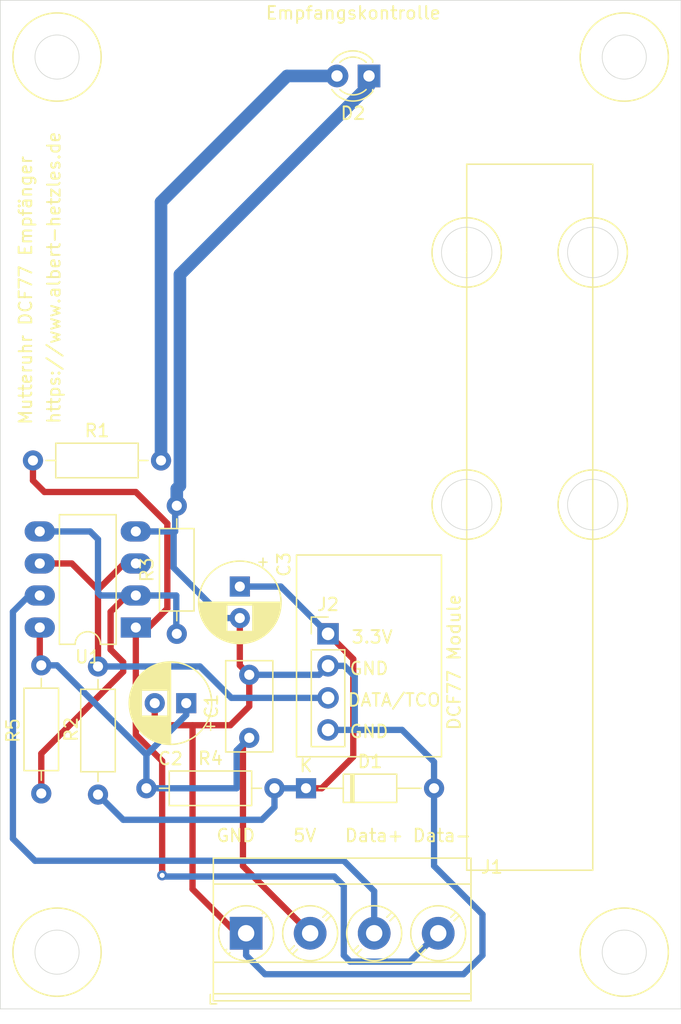
<source format=kicad_pcb>
(kicad_pcb (version 20171130) (host pcbnew "(5.1.9)-1")

  (general
    (thickness 1.6)
    (drawings 38)
    (tracks 120)
    (zones 0)
    (modules 13)
    (nets 9)
  )

  (page A4)
  (layers
    (0 F.Cu signal)
    (31 B.Cu signal)
    (32 B.Adhes user)
    (33 F.Adhes user)
    (34 B.Paste user)
    (35 F.Paste user)
    (36 B.SilkS user)
    (37 F.SilkS user)
    (38 B.Mask user)
    (39 F.Mask user)
    (40 Dwgs.User user)
    (41 Cmts.User user)
    (42 Eco1.User user)
    (43 Eco2.User user)
    (44 Edge.Cuts user)
    (45 Margin user)
    (46 B.CrtYd user)
    (47 F.CrtYd user)
    (48 B.Fab user)
    (49 F.Fab user)
  )

  (setup
    (last_trace_width 0.25)
    (trace_clearance 0.2)
    (zone_clearance 0.508)
    (zone_45_only no)
    (trace_min 0.2)
    (via_size 0.8)
    (via_drill 0.4)
    (via_min_size 0.4)
    (via_min_drill 0.3)
    (uvia_size 0.3)
    (uvia_drill 0.1)
    (uvias_allowed no)
    (uvia_min_size 0.2)
    (uvia_min_drill 0.1)
    (edge_width 0.05)
    (segment_width 0.2)
    (pcb_text_width 0.3)
    (pcb_text_size 1.5 1.5)
    (mod_edge_width 0.12)
    (mod_text_size 1 1)
    (mod_text_width 0.15)
    (pad_size 1.524 1.524)
    (pad_drill 0.762)
    (pad_to_mask_clearance 0)
    (aux_axis_origin 0 0)
    (visible_elements 7FFFFFFF)
    (pcbplotparams
      (layerselection 0x010fc_ffffffff)
      (usegerberextensions false)
      (usegerberattributes true)
      (usegerberadvancedattributes true)
      (creategerberjobfile true)
      (excludeedgelayer true)
      (linewidth 0.100000)
      (plotframeref false)
      (viasonmask false)
      (mode 1)
      (useauxorigin false)
      (hpglpennumber 1)
      (hpglpenspeed 20)
      (hpglpendiameter 15.000000)
      (psnegative false)
      (psa4output false)
      (plotreference true)
      (plotvalue true)
      (plotinvisibletext false)
      (padsonsilk false)
      (subtractmaskfromsilk false)
      (outputformat 1)
      (mirror false)
      (drillshape 0)
      (scaleselection 1)
      (outputdirectory "Gerber/"))
  )

  (net 0 "")
  (net 1 +5V)
  (net 2 GND)
  (net 3 /3.3V)
  (net 4 "Net-(D2-Pad2)")
  (net 5 /DCFModuleData)
  (net 6 "Net-(R2-Pad2)")
  (net 7 /Data+)
  (net 8 /Data-)

  (net_class Default "This is the default net class."
    (clearance 0.2)
    (trace_width 0.25)
    (via_dia 0.8)
    (via_drill 0.4)
    (uvia_dia 0.3)
    (uvia_drill 0.1)
    (add_net +5V)
    (add_net /3.3V)
    (add_net /DCFModuleData)
    (add_net /Data+)
    (add_net /Data-)
    (add_net GND)
    (add_net "Net-(D2-Pad2)")
    (add_net "Net-(R2-Pad2)")
  )

  (module Capacitor_THT:C_Rect_L7.0mm_W3.5mm_P5.00mm (layer F.Cu) (tedit 5AE50EF0) (tstamp 605802A0)
    (at 99.75 168.5 90)
    (descr "C, Rect series, Radial, pin pitch=5.00mm, , length*width=7*3.5mm^2, Capacitor")
    (tags "C Rect series Radial pin pitch 5.00mm  length 7mm width 3.5mm Capacitor")
    (path /602D6A29)
    (fp_text reference C1 (at 2.5 -3 90) (layer F.SilkS)
      (effects (font (size 1 1) (thickness 0.15)))
    )
    (fp_text value 1uF (at 2.5 3 90) (layer F.Fab)
      (effects (font (size 1 1) (thickness 0.15)))
    )
    (fp_line (start 6.25 -2) (end -1.25 -2) (layer F.CrtYd) (width 0.05))
    (fp_line (start 6.25 2) (end 6.25 -2) (layer F.CrtYd) (width 0.05))
    (fp_line (start -1.25 2) (end 6.25 2) (layer F.CrtYd) (width 0.05))
    (fp_line (start -1.25 -2) (end -1.25 2) (layer F.CrtYd) (width 0.05))
    (fp_line (start 6.12 -1.87) (end 6.12 1.87) (layer F.SilkS) (width 0.12))
    (fp_line (start -1.12 -1.87) (end -1.12 1.87) (layer F.SilkS) (width 0.12))
    (fp_line (start -1.12 1.87) (end 6.12 1.87) (layer F.SilkS) (width 0.12))
    (fp_line (start -1.12 -1.87) (end 6.12 -1.87) (layer F.SilkS) (width 0.12))
    (fp_line (start 6 -1.75) (end -1 -1.75) (layer F.Fab) (width 0.1))
    (fp_line (start 6 1.75) (end 6 -1.75) (layer F.Fab) (width 0.1))
    (fp_line (start -1 1.75) (end 6 1.75) (layer F.Fab) (width 0.1))
    (fp_line (start -1 -1.75) (end -1 1.75) (layer F.Fab) (width 0.1))
    (fp_text user %R (at 2.5 0 90) (layer F.Fab)
      (effects (font (size 1 1) (thickness 0.15)))
    )
    (pad 1 thru_hole circle (at 0 0 90) (size 1.6 1.6) (drill 0.8) (layers *.Cu *.Mask)
      (net 1 +5V))
    (pad 2 thru_hole circle (at 5 0 90) (size 1.6 1.6) (drill 0.8) (layers *.Cu *.Mask)
      (net 2 GND))
    (model ${KISYS3DMOD}/Capacitor_THT.3dshapes/C_Rect_L7.0mm_W3.5mm_P5.00mm.wrl
      (at (xyz 0 0 0))
      (scale (xyz 1 1 1))
      (rotate (xyz 0 0 0))
    )
  )

  (module Capacitor_THT:CP_Radial_D6.3mm_P2.50mm (layer F.Cu) (tedit 5AE50EF0) (tstamp 60580334)
    (at 94.75 165.75 180)
    (descr "CP, Radial series, Radial, pin pitch=2.50mm, , diameter=6.3mm, Electrolytic Capacitor")
    (tags "CP Radial series Radial pin pitch 2.50mm  diameter 6.3mm Electrolytic Capacitor")
    (path /602D1FBC)
    (fp_text reference C2 (at 1.25 -4.4) (layer F.SilkS)
      (effects (font (size 1 1) (thickness 0.15)))
    )
    (fp_text value 47uF (at 1.25 4.4) (layer F.Fab)
      (effects (font (size 1 1) (thickness 0.15)))
    )
    (fp_circle (center 1.25 0) (end 4.4 0) (layer F.Fab) (width 0.1))
    (fp_circle (center 1.25 0) (end 4.52 0) (layer F.SilkS) (width 0.12))
    (fp_circle (center 1.25 0) (end 4.65 0) (layer F.CrtYd) (width 0.05))
    (fp_line (start -1.443972 -1.3735) (end -0.813972 -1.3735) (layer F.Fab) (width 0.1))
    (fp_line (start -1.128972 -1.6885) (end -1.128972 -1.0585) (layer F.Fab) (width 0.1))
    (fp_line (start 1.25 -3.23) (end 1.25 3.23) (layer F.SilkS) (width 0.12))
    (fp_line (start 1.29 -3.23) (end 1.29 3.23) (layer F.SilkS) (width 0.12))
    (fp_line (start 1.33 -3.23) (end 1.33 3.23) (layer F.SilkS) (width 0.12))
    (fp_line (start 1.37 -3.228) (end 1.37 3.228) (layer F.SilkS) (width 0.12))
    (fp_line (start 1.41 -3.227) (end 1.41 3.227) (layer F.SilkS) (width 0.12))
    (fp_line (start 1.45 -3.224) (end 1.45 3.224) (layer F.SilkS) (width 0.12))
    (fp_line (start 1.49 -3.222) (end 1.49 -1.04) (layer F.SilkS) (width 0.12))
    (fp_line (start 1.49 1.04) (end 1.49 3.222) (layer F.SilkS) (width 0.12))
    (fp_line (start 1.53 -3.218) (end 1.53 -1.04) (layer F.SilkS) (width 0.12))
    (fp_line (start 1.53 1.04) (end 1.53 3.218) (layer F.SilkS) (width 0.12))
    (fp_line (start 1.57 -3.215) (end 1.57 -1.04) (layer F.SilkS) (width 0.12))
    (fp_line (start 1.57 1.04) (end 1.57 3.215) (layer F.SilkS) (width 0.12))
    (fp_line (start 1.61 -3.211) (end 1.61 -1.04) (layer F.SilkS) (width 0.12))
    (fp_line (start 1.61 1.04) (end 1.61 3.211) (layer F.SilkS) (width 0.12))
    (fp_line (start 1.65 -3.206) (end 1.65 -1.04) (layer F.SilkS) (width 0.12))
    (fp_line (start 1.65 1.04) (end 1.65 3.206) (layer F.SilkS) (width 0.12))
    (fp_line (start 1.69 -3.201) (end 1.69 -1.04) (layer F.SilkS) (width 0.12))
    (fp_line (start 1.69 1.04) (end 1.69 3.201) (layer F.SilkS) (width 0.12))
    (fp_line (start 1.73 -3.195) (end 1.73 -1.04) (layer F.SilkS) (width 0.12))
    (fp_line (start 1.73 1.04) (end 1.73 3.195) (layer F.SilkS) (width 0.12))
    (fp_line (start 1.77 -3.189) (end 1.77 -1.04) (layer F.SilkS) (width 0.12))
    (fp_line (start 1.77 1.04) (end 1.77 3.189) (layer F.SilkS) (width 0.12))
    (fp_line (start 1.81 -3.182) (end 1.81 -1.04) (layer F.SilkS) (width 0.12))
    (fp_line (start 1.81 1.04) (end 1.81 3.182) (layer F.SilkS) (width 0.12))
    (fp_line (start 1.85 -3.175) (end 1.85 -1.04) (layer F.SilkS) (width 0.12))
    (fp_line (start 1.85 1.04) (end 1.85 3.175) (layer F.SilkS) (width 0.12))
    (fp_line (start 1.89 -3.167) (end 1.89 -1.04) (layer F.SilkS) (width 0.12))
    (fp_line (start 1.89 1.04) (end 1.89 3.167) (layer F.SilkS) (width 0.12))
    (fp_line (start 1.93 -3.159) (end 1.93 -1.04) (layer F.SilkS) (width 0.12))
    (fp_line (start 1.93 1.04) (end 1.93 3.159) (layer F.SilkS) (width 0.12))
    (fp_line (start 1.971 -3.15) (end 1.971 -1.04) (layer F.SilkS) (width 0.12))
    (fp_line (start 1.971 1.04) (end 1.971 3.15) (layer F.SilkS) (width 0.12))
    (fp_line (start 2.011 -3.141) (end 2.011 -1.04) (layer F.SilkS) (width 0.12))
    (fp_line (start 2.011 1.04) (end 2.011 3.141) (layer F.SilkS) (width 0.12))
    (fp_line (start 2.051 -3.131) (end 2.051 -1.04) (layer F.SilkS) (width 0.12))
    (fp_line (start 2.051 1.04) (end 2.051 3.131) (layer F.SilkS) (width 0.12))
    (fp_line (start 2.091 -3.121) (end 2.091 -1.04) (layer F.SilkS) (width 0.12))
    (fp_line (start 2.091 1.04) (end 2.091 3.121) (layer F.SilkS) (width 0.12))
    (fp_line (start 2.131 -3.11) (end 2.131 -1.04) (layer F.SilkS) (width 0.12))
    (fp_line (start 2.131 1.04) (end 2.131 3.11) (layer F.SilkS) (width 0.12))
    (fp_line (start 2.171 -3.098) (end 2.171 -1.04) (layer F.SilkS) (width 0.12))
    (fp_line (start 2.171 1.04) (end 2.171 3.098) (layer F.SilkS) (width 0.12))
    (fp_line (start 2.211 -3.086) (end 2.211 -1.04) (layer F.SilkS) (width 0.12))
    (fp_line (start 2.211 1.04) (end 2.211 3.086) (layer F.SilkS) (width 0.12))
    (fp_line (start 2.251 -3.074) (end 2.251 -1.04) (layer F.SilkS) (width 0.12))
    (fp_line (start 2.251 1.04) (end 2.251 3.074) (layer F.SilkS) (width 0.12))
    (fp_line (start 2.291 -3.061) (end 2.291 -1.04) (layer F.SilkS) (width 0.12))
    (fp_line (start 2.291 1.04) (end 2.291 3.061) (layer F.SilkS) (width 0.12))
    (fp_line (start 2.331 -3.047) (end 2.331 -1.04) (layer F.SilkS) (width 0.12))
    (fp_line (start 2.331 1.04) (end 2.331 3.047) (layer F.SilkS) (width 0.12))
    (fp_line (start 2.371 -3.033) (end 2.371 -1.04) (layer F.SilkS) (width 0.12))
    (fp_line (start 2.371 1.04) (end 2.371 3.033) (layer F.SilkS) (width 0.12))
    (fp_line (start 2.411 -3.018) (end 2.411 -1.04) (layer F.SilkS) (width 0.12))
    (fp_line (start 2.411 1.04) (end 2.411 3.018) (layer F.SilkS) (width 0.12))
    (fp_line (start 2.451 -3.002) (end 2.451 -1.04) (layer F.SilkS) (width 0.12))
    (fp_line (start 2.451 1.04) (end 2.451 3.002) (layer F.SilkS) (width 0.12))
    (fp_line (start 2.491 -2.986) (end 2.491 -1.04) (layer F.SilkS) (width 0.12))
    (fp_line (start 2.491 1.04) (end 2.491 2.986) (layer F.SilkS) (width 0.12))
    (fp_line (start 2.531 -2.97) (end 2.531 -1.04) (layer F.SilkS) (width 0.12))
    (fp_line (start 2.531 1.04) (end 2.531 2.97) (layer F.SilkS) (width 0.12))
    (fp_line (start 2.571 -2.952) (end 2.571 -1.04) (layer F.SilkS) (width 0.12))
    (fp_line (start 2.571 1.04) (end 2.571 2.952) (layer F.SilkS) (width 0.12))
    (fp_line (start 2.611 -2.934) (end 2.611 -1.04) (layer F.SilkS) (width 0.12))
    (fp_line (start 2.611 1.04) (end 2.611 2.934) (layer F.SilkS) (width 0.12))
    (fp_line (start 2.651 -2.916) (end 2.651 -1.04) (layer F.SilkS) (width 0.12))
    (fp_line (start 2.651 1.04) (end 2.651 2.916) (layer F.SilkS) (width 0.12))
    (fp_line (start 2.691 -2.896) (end 2.691 -1.04) (layer F.SilkS) (width 0.12))
    (fp_line (start 2.691 1.04) (end 2.691 2.896) (layer F.SilkS) (width 0.12))
    (fp_line (start 2.731 -2.876) (end 2.731 -1.04) (layer F.SilkS) (width 0.12))
    (fp_line (start 2.731 1.04) (end 2.731 2.876) (layer F.SilkS) (width 0.12))
    (fp_line (start 2.771 -2.856) (end 2.771 -1.04) (layer F.SilkS) (width 0.12))
    (fp_line (start 2.771 1.04) (end 2.771 2.856) (layer F.SilkS) (width 0.12))
    (fp_line (start 2.811 -2.834) (end 2.811 -1.04) (layer F.SilkS) (width 0.12))
    (fp_line (start 2.811 1.04) (end 2.811 2.834) (layer F.SilkS) (width 0.12))
    (fp_line (start 2.851 -2.812) (end 2.851 -1.04) (layer F.SilkS) (width 0.12))
    (fp_line (start 2.851 1.04) (end 2.851 2.812) (layer F.SilkS) (width 0.12))
    (fp_line (start 2.891 -2.79) (end 2.891 -1.04) (layer F.SilkS) (width 0.12))
    (fp_line (start 2.891 1.04) (end 2.891 2.79) (layer F.SilkS) (width 0.12))
    (fp_line (start 2.931 -2.766) (end 2.931 -1.04) (layer F.SilkS) (width 0.12))
    (fp_line (start 2.931 1.04) (end 2.931 2.766) (layer F.SilkS) (width 0.12))
    (fp_line (start 2.971 -2.742) (end 2.971 -1.04) (layer F.SilkS) (width 0.12))
    (fp_line (start 2.971 1.04) (end 2.971 2.742) (layer F.SilkS) (width 0.12))
    (fp_line (start 3.011 -2.716) (end 3.011 -1.04) (layer F.SilkS) (width 0.12))
    (fp_line (start 3.011 1.04) (end 3.011 2.716) (layer F.SilkS) (width 0.12))
    (fp_line (start 3.051 -2.69) (end 3.051 -1.04) (layer F.SilkS) (width 0.12))
    (fp_line (start 3.051 1.04) (end 3.051 2.69) (layer F.SilkS) (width 0.12))
    (fp_line (start 3.091 -2.664) (end 3.091 -1.04) (layer F.SilkS) (width 0.12))
    (fp_line (start 3.091 1.04) (end 3.091 2.664) (layer F.SilkS) (width 0.12))
    (fp_line (start 3.131 -2.636) (end 3.131 -1.04) (layer F.SilkS) (width 0.12))
    (fp_line (start 3.131 1.04) (end 3.131 2.636) (layer F.SilkS) (width 0.12))
    (fp_line (start 3.171 -2.607) (end 3.171 -1.04) (layer F.SilkS) (width 0.12))
    (fp_line (start 3.171 1.04) (end 3.171 2.607) (layer F.SilkS) (width 0.12))
    (fp_line (start 3.211 -2.578) (end 3.211 -1.04) (layer F.SilkS) (width 0.12))
    (fp_line (start 3.211 1.04) (end 3.211 2.578) (layer F.SilkS) (width 0.12))
    (fp_line (start 3.251 -2.548) (end 3.251 -1.04) (layer F.SilkS) (width 0.12))
    (fp_line (start 3.251 1.04) (end 3.251 2.548) (layer F.SilkS) (width 0.12))
    (fp_line (start 3.291 -2.516) (end 3.291 -1.04) (layer F.SilkS) (width 0.12))
    (fp_line (start 3.291 1.04) (end 3.291 2.516) (layer F.SilkS) (width 0.12))
    (fp_line (start 3.331 -2.484) (end 3.331 -1.04) (layer F.SilkS) (width 0.12))
    (fp_line (start 3.331 1.04) (end 3.331 2.484) (layer F.SilkS) (width 0.12))
    (fp_line (start 3.371 -2.45) (end 3.371 -1.04) (layer F.SilkS) (width 0.12))
    (fp_line (start 3.371 1.04) (end 3.371 2.45) (layer F.SilkS) (width 0.12))
    (fp_line (start 3.411 -2.416) (end 3.411 -1.04) (layer F.SilkS) (width 0.12))
    (fp_line (start 3.411 1.04) (end 3.411 2.416) (layer F.SilkS) (width 0.12))
    (fp_line (start 3.451 -2.38) (end 3.451 -1.04) (layer F.SilkS) (width 0.12))
    (fp_line (start 3.451 1.04) (end 3.451 2.38) (layer F.SilkS) (width 0.12))
    (fp_line (start 3.491 -2.343) (end 3.491 -1.04) (layer F.SilkS) (width 0.12))
    (fp_line (start 3.491 1.04) (end 3.491 2.343) (layer F.SilkS) (width 0.12))
    (fp_line (start 3.531 -2.305) (end 3.531 -1.04) (layer F.SilkS) (width 0.12))
    (fp_line (start 3.531 1.04) (end 3.531 2.305) (layer F.SilkS) (width 0.12))
    (fp_line (start 3.571 -2.265) (end 3.571 2.265) (layer F.SilkS) (width 0.12))
    (fp_line (start 3.611 -2.224) (end 3.611 2.224) (layer F.SilkS) (width 0.12))
    (fp_line (start 3.651 -2.182) (end 3.651 2.182) (layer F.SilkS) (width 0.12))
    (fp_line (start 3.691 -2.137) (end 3.691 2.137) (layer F.SilkS) (width 0.12))
    (fp_line (start 3.731 -2.092) (end 3.731 2.092) (layer F.SilkS) (width 0.12))
    (fp_line (start 3.771 -2.044) (end 3.771 2.044) (layer F.SilkS) (width 0.12))
    (fp_line (start 3.811 -1.995) (end 3.811 1.995) (layer F.SilkS) (width 0.12))
    (fp_line (start 3.851 -1.944) (end 3.851 1.944) (layer F.SilkS) (width 0.12))
    (fp_line (start 3.891 -1.89) (end 3.891 1.89) (layer F.SilkS) (width 0.12))
    (fp_line (start 3.931 -1.834) (end 3.931 1.834) (layer F.SilkS) (width 0.12))
    (fp_line (start 3.971 -1.776) (end 3.971 1.776) (layer F.SilkS) (width 0.12))
    (fp_line (start 4.011 -1.714) (end 4.011 1.714) (layer F.SilkS) (width 0.12))
    (fp_line (start 4.051 -1.65) (end 4.051 1.65) (layer F.SilkS) (width 0.12))
    (fp_line (start 4.091 -1.581) (end 4.091 1.581) (layer F.SilkS) (width 0.12))
    (fp_line (start 4.131 -1.509) (end 4.131 1.509) (layer F.SilkS) (width 0.12))
    (fp_line (start 4.171 -1.432) (end 4.171 1.432) (layer F.SilkS) (width 0.12))
    (fp_line (start 4.211 -1.35) (end 4.211 1.35) (layer F.SilkS) (width 0.12))
    (fp_line (start 4.251 -1.262) (end 4.251 1.262) (layer F.SilkS) (width 0.12))
    (fp_line (start 4.291 -1.165) (end 4.291 1.165) (layer F.SilkS) (width 0.12))
    (fp_line (start 4.331 -1.059) (end 4.331 1.059) (layer F.SilkS) (width 0.12))
    (fp_line (start 4.371 -0.94) (end 4.371 0.94) (layer F.SilkS) (width 0.12))
    (fp_line (start 4.411 -0.802) (end 4.411 0.802) (layer F.SilkS) (width 0.12))
    (fp_line (start 4.451 -0.633) (end 4.451 0.633) (layer F.SilkS) (width 0.12))
    (fp_line (start 4.491 -0.402) (end 4.491 0.402) (layer F.SilkS) (width 0.12))
    (fp_line (start -2.250241 -1.839) (end -1.620241 -1.839) (layer F.SilkS) (width 0.12))
    (fp_line (start -1.935241 -2.154) (end -1.935241 -1.524) (layer F.SilkS) (width 0.12))
    (fp_text user %R (at 1.25 0) (layer F.Fab)
      (effects (font (size 1 1) (thickness 0.15)))
    )
    (pad 2 thru_hole circle (at 2.5 0 180) (size 1.6 1.6) (drill 0.8) (layers *.Cu *.Mask)
      (net 2 GND))
    (pad 1 thru_hole rect (at 0 0 180) (size 1.6 1.6) (drill 0.8) (layers *.Cu *.Mask)
      (net 1 +5V))
    (model ${KISYS3DMOD}/Capacitor_THT.3dshapes/CP_Radial_D6.3mm_P2.50mm.wrl
      (at (xyz 0 0 0))
      (scale (xyz 1 1 1))
      (rotate (xyz 0 0 0))
    )
  )

  (module Capacitor_THT:CP_Radial_D6.3mm_P2.50mm (layer F.Cu) (tedit 5AE50EF0) (tstamp 605803C8)
    (at 99 156.5 270)
    (descr "CP, Radial series, Radial, pin pitch=2.50mm, , diameter=6.3mm, Electrolytic Capacitor")
    (tags "CP Radial series Radial pin pitch 2.50mm  diameter 6.3mm Electrolytic Capacitor")
    (path /602BFD78)
    (fp_text reference C3 (at -1.75 -3.5 90) (layer F.SilkS)
      (effects (font (size 1 1) (thickness 0.15)))
    )
    (fp_text value 10uF (at 1.25 4.4 90) (layer F.Fab)
      (effects (font (size 1 1) (thickness 0.15)))
    )
    (fp_line (start -1.935241 -2.154) (end -1.935241 -1.524) (layer F.SilkS) (width 0.12))
    (fp_line (start -2.250241 -1.839) (end -1.620241 -1.839) (layer F.SilkS) (width 0.12))
    (fp_line (start 4.491 -0.402) (end 4.491 0.402) (layer F.SilkS) (width 0.12))
    (fp_line (start 4.451 -0.633) (end 4.451 0.633) (layer F.SilkS) (width 0.12))
    (fp_line (start 4.411 -0.802) (end 4.411 0.802) (layer F.SilkS) (width 0.12))
    (fp_line (start 4.371 -0.94) (end 4.371 0.94) (layer F.SilkS) (width 0.12))
    (fp_line (start 4.331 -1.059) (end 4.331 1.059) (layer F.SilkS) (width 0.12))
    (fp_line (start 4.291 -1.165) (end 4.291 1.165) (layer F.SilkS) (width 0.12))
    (fp_line (start 4.251 -1.262) (end 4.251 1.262) (layer F.SilkS) (width 0.12))
    (fp_line (start 4.211 -1.35) (end 4.211 1.35) (layer F.SilkS) (width 0.12))
    (fp_line (start 4.171 -1.432) (end 4.171 1.432) (layer F.SilkS) (width 0.12))
    (fp_line (start 4.131 -1.509) (end 4.131 1.509) (layer F.SilkS) (width 0.12))
    (fp_line (start 4.091 -1.581) (end 4.091 1.581) (layer F.SilkS) (width 0.12))
    (fp_line (start 4.051 -1.65) (end 4.051 1.65) (layer F.SilkS) (width 0.12))
    (fp_line (start 4.011 -1.714) (end 4.011 1.714) (layer F.SilkS) (width 0.12))
    (fp_line (start 3.971 -1.776) (end 3.971 1.776) (layer F.SilkS) (width 0.12))
    (fp_line (start 3.931 -1.834) (end 3.931 1.834) (layer F.SilkS) (width 0.12))
    (fp_line (start 3.891 -1.89) (end 3.891 1.89) (layer F.SilkS) (width 0.12))
    (fp_line (start 3.851 -1.944) (end 3.851 1.944) (layer F.SilkS) (width 0.12))
    (fp_line (start 3.811 -1.995) (end 3.811 1.995) (layer F.SilkS) (width 0.12))
    (fp_line (start 3.771 -2.044) (end 3.771 2.044) (layer F.SilkS) (width 0.12))
    (fp_line (start 3.731 -2.092) (end 3.731 2.092) (layer F.SilkS) (width 0.12))
    (fp_line (start 3.691 -2.137) (end 3.691 2.137) (layer F.SilkS) (width 0.12))
    (fp_line (start 3.651 -2.182) (end 3.651 2.182) (layer F.SilkS) (width 0.12))
    (fp_line (start 3.611 -2.224) (end 3.611 2.224) (layer F.SilkS) (width 0.12))
    (fp_line (start 3.571 -2.265) (end 3.571 2.265) (layer F.SilkS) (width 0.12))
    (fp_line (start 3.531 1.04) (end 3.531 2.305) (layer F.SilkS) (width 0.12))
    (fp_line (start 3.531 -2.305) (end 3.531 -1.04) (layer F.SilkS) (width 0.12))
    (fp_line (start 3.491 1.04) (end 3.491 2.343) (layer F.SilkS) (width 0.12))
    (fp_line (start 3.491 -2.343) (end 3.491 -1.04) (layer F.SilkS) (width 0.12))
    (fp_line (start 3.451 1.04) (end 3.451 2.38) (layer F.SilkS) (width 0.12))
    (fp_line (start 3.451 -2.38) (end 3.451 -1.04) (layer F.SilkS) (width 0.12))
    (fp_line (start 3.411 1.04) (end 3.411 2.416) (layer F.SilkS) (width 0.12))
    (fp_line (start 3.411 -2.416) (end 3.411 -1.04) (layer F.SilkS) (width 0.12))
    (fp_line (start 3.371 1.04) (end 3.371 2.45) (layer F.SilkS) (width 0.12))
    (fp_line (start 3.371 -2.45) (end 3.371 -1.04) (layer F.SilkS) (width 0.12))
    (fp_line (start 3.331 1.04) (end 3.331 2.484) (layer F.SilkS) (width 0.12))
    (fp_line (start 3.331 -2.484) (end 3.331 -1.04) (layer F.SilkS) (width 0.12))
    (fp_line (start 3.291 1.04) (end 3.291 2.516) (layer F.SilkS) (width 0.12))
    (fp_line (start 3.291 -2.516) (end 3.291 -1.04) (layer F.SilkS) (width 0.12))
    (fp_line (start 3.251 1.04) (end 3.251 2.548) (layer F.SilkS) (width 0.12))
    (fp_line (start 3.251 -2.548) (end 3.251 -1.04) (layer F.SilkS) (width 0.12))
    (fp_line (start 3.211 1.04) (end 3.211 2.578) (layer F.SilkS) (width 0.12))
    (fp_line (start 3.211 -2.578) (end 3.211 -1.04) (layer F.SilkS) (width 0.12))
    (fp_line (start 3.171 1.04) (end 3.171 2.607) (layer F.SilkS) (width 0.12))
    (fp_line (start 3.171 -2.607) (end 3.171 -1.04) (layer F.SilkS) (width 0.12))
    (fp_line (start 3.131 1.04) (end 3.131 2.636) (layer F.SilkS) (width 0.12))
    (fp_line (start 3.131 -2.636) (end 3.131 -1.04) (layer F.SilkS) (width 0.12))
    (fp_line (start 3.091 1.04) (end 3.091 2.664) (layer F.SilkS) (width 0.12))
    (fp_line (start 3.091 -2.664) (end 3.091 -1.04) (layer F.SilkS) (width 0.12))
    (fp_line (start 3.051 1.04) (end 3.051 2.69) (layer F.SilkS) (width 0.12))
    (fp_line (start 3.051 -2.69) (end 3.051 -1.04) (layer F.SilkS) (width 0.12))
    (fp_line (start 3.011 1.04) (end 3.011 2.716) (layer F.SilkS) (width 0.12))
    (fp_line (start 3.011 -2.716) (end 3.011 -1.04) (layer F.SilkS) (width 0.12))
    (fp_line (start 2.971 1.04) (end 2.971 2.742) (layer F.SilkS) (width 0.12))
    (fp_line (start 2.971 -2.742) (end 2.971 -1.04) (layer F.SilkS) (width 0.12))
    (fp_line (start 2.931 1.04) (end 2.931 2.766) (layer F.SilkS) (width 0.12))
    (fp_line (start 2.931 -2.766) (end 2.931 -1.04) (layer F.SilkS) (width 0.12))
    (fp_line (start 2.891 1.04) (end 2.891 2.79) (layer F.SilkS) (width 0.12))
    (fp_line (start 2.891 -2.79) (end 2.891 -1.04) (layer F.SilkS) (width 0.12))
    (fp_line (start 2.851 1.04) (end 2.851 2.812) (layer F.SilkS) (width 0.12))
    (fp_line (start 2.851 -2.812) (end 2.851 -1.04) (layer F.SilkS) (width 0.12))
    (fp_line (start 2.811 1.04) (end 2.811 2.834) (layer F.SilkS) (width 0.12))
    (fp_line (start 2.811 -2.834) (end 2.811 -1.04) (layer F.SilkS) (width 0.12))
    (fp_line (start 2.771 1.04) (end 2.771 2.856) (layer F.SilkS) (width 0.12))
    (fp_line (start 2.771 -2.856) (end 2.771 -1.04) (layer F.SilkS) (width 0.12))
    (fp_line (start 2.731 1.04) (end 2.731 2.876) (layer F.SilkS) (width 0.12))
    (fp_line (start 2.731 -2.876) (end 2.731 -1.04) (layer F.SilkS) (width 0.12))
    (fp_line (start 2.691 1.04) (end 2.691 2.896) (layer F.SilkS) (width 0.12))
    (fp_line (start 2.691 -2.896) (end 2.691 -1.04) (layer F.SilkS) (width 0.12))
    (fp_line (start 2.651 1.04) (end 2.651 2.916) (layer F.SilkS) (width 0.12))
    (fp_line (start 2.651 -2.916) (end 2.651 -1.04) (layer F.SilkS) (width 0.12))
    (fp_line (start 2.611 1.04) (end 2.611 2.934) (layer F.SilkS) (width 0.12))
    (fp_line (start 2.611 -2.934) (end 2.611 -1.04) (layer F.SilkS) (width 0.12))
    (fp_line (start 2.571 1.04) (end 2.571 2.952) (layer F.SilkS) (width 0.12))
    (fp_line (start 2.571 -2.952) (end 2.571 -1.04) (layer F.SilkS) (width 0.12))
    (fp_line (start 2.531 1.04) (end 2.531 2.97) (layer F.SilkS) (width 0.12))
    (fp_line (start 2.531 -2.97) (end 2.531 -1.04) (layer F.SilkS) (width 0.12))
    (fp_line (start 2.491 1.04) (end 2.491 2.986) (layer F.SilkS) (width 0.12))
    (fp_line (start 2.491 -2.986) (end 2.491 -1.04) (layer F.SilkS) (width 0.12))
    (fp_line (start 2.451 1.04) (end 2.451 3.002) (layer F.SilkS) (width 0.12))
    (fp_line (start 2.451 -3.002) (end 2.451 -1.04) (layer F.SilkS) (width 0.12))
    (fp_line (start 2.411 1.04) (end 2.411 3.018) (layer F.SilkS) (width 0.12))
    (fp_line (start 2.411 -3.018) (end 2.411 -1.04) (layer F.SilkS) (width 0.12))
    (fp_line (start 2.371 1.04) (end 2.371 3.033) (layer F.SilkS) (width 0.12))
    (fp_line (start 2.371 -3.033) (end 2.371 -1.04) (layer F.SilkS) (width 0.12))
    (fp_line (start 2.331 1.04) (end 2.331 3.047) (layer F.SilkS) (width 0.12))
    (fp_line (start 2.331 -3.047) (end 2.331 -1.04) (layer F.SilkS) (width 0.12))
    (fp_line (start 2.291 1.04) (end 2.291 3.061) (layer F.SilkS) (width 0.12))
    (fp_line (start 2.291 -3.061) (end 2.291 -1.04) (layer F.SilkS) (width 0.12))
    (fp_line (start 2.251 1.04) (end 2.251 3.074) (layer F.SilkS) (width 0.12))
    (fp_line (start 2.251 -3.074) (end 2.251 -1.04) (layer F.SilkS) (width 0.12))
    (fp_line (start 2.211 1.04) (end 2.211 3.086) (layer F.SilkS) (width 0.12))
    (fp_line (start 2.211 -3.086) (end 2.211 -1.04) (layer F.SilkS) (width 0.12))
    (fp_line (start 2.171 1.04) (end 2.171 3.098) (layer F.SilkS) (width 0.12))
    (fp_line (start 2.171 -3.098) (end 2.171 -1.04) (layer F.SilkS) (width 0.12))
    (fp_line (start 2.131 1.04) (end 2.131 3.11) (layer F.SilkS) (width 0.12))
    (fp_line (start 2.131 -3.11) (end 2.131 -1.04) (layer F.SilkS) (width 0.12))
    (fp_line (start 2.091 1.04) (end 2.091 3.121) (layer F.SilkS) (width 0.12))
    (fp_line (start 2.091 -3.121) (end 2.091 -1.04) (layer F.SilkS) (width 0.12))
    (fp_line (start 2.051 1.04) (end 2.051 3.131) (layer F.SilkS) (width 0.12))
    (fp_line (start 2.051 -3.131) (end 2.051 -1.04) (layer F.SilkS) (width 0.12))
    (fp_line (start 2.011 1.04) (end 2.011 3.141) (layer F.SilkS) (width 0.12))
    (fp_line (start 2.011 -3.141) (end 2.011 -1.04) (layer F.SilkS) (width 0.12))
    (fp_line (start 1.971 1.04) (end 1.971 3.15) (layer F.SilkS) (width 0.12))
    (fp_line (start 1.971 -3.15) (end 1.971 -1.04) (layer F.SilkS) (width 0.12))
    (fp_line (start 1.93 1.04) (end 1.93 3.159) (layer F.SilkS) (width 0.12))
    (fp_line (start 1.93 -3.159) (end 1.93 -1.04) (layer F.SilkS) (width 0.12))
    (fp_line (start 1.89 1.04) (end 1.89 3.167) (layer F.SilkS) (width 0.12))
    (fp_line (start 1.89 -3.167) (end 1.89 -1.04) (layer F.SilkS) (width 0.12))
    (fp_line (start 1.85 1.04) (end 1.85 3.175) (layer F.SilkS) (width 0.12))
    (fp_line (start 1.85 -3.175) (end 1.85 -1.04) (layer F.SilkS) (width 0.12))
    (fp_line (start 1.81 1.04) (end 1.81 3.182) (layer F.SilkS) (width 0.12))
    (fp_line (start 1.81 -3.182) (end 1.81 -1.04) (layer F.SilkS) (width 0.12))
    (fp_line (start 1.77 1.04) (end 1.77 3.189) (layer F.SilkS) (width 0.12))
    (fp_line (start 1.77 -3.189) (end 1.77 -1.04) (layer F.SilkS) (width 0.12))
    (fp_line (start 1.73 1.04) (end 1.73 3.195) (layer F.SilkS) (width 0.12))
    (fp_line (start 1.73 -3.195) (end 1.73 -1.04) (layer F.SilkS) (width 0.12))
    (fp_line (start 1.69 1.04) (end 1.69 3.201) (layer F.SilkS) (width 0.12))
    (fp_line (start 1.69 -3.201) (end 1.69 -1.04) (layer F.SilkS) (width 0.12))
    (fp_line (start 1.65 1.04) (end 1.65 3.206) (layer F.SilkS) (width 0.12))
    (fp_line (start 1.65 -3.206) (end 1.65 -1.04) (layer F.SilkS) (width 0.12))
    (fp_line (start 1.61 1.04) (end 1.61 3.211) (layer F.SilkS) (width 0.12))
    (fp_line (start 1.61 -3.211) (end 1.61 -1.04) (layer F.SilkS) (width 0.12))
    (fp_line (start 1.57 1.04) (end 1.57 3.215) (layer F.SilkS) (width 0.12))
    (fp_line (start 1.57 -3.215) (end 1.57 -1.04) (layer F.SilkS) (width 0.12))
    (fp_line (start 1.53 1.04) (end 1.53 3.218) (layer F.SilkS) (width 0.12))
    (fp_line (start 1.53 -3.218) (end 1.53 -1.04) (layer F.SilkS) (width 0.12))
    (fp_line (start 1.49 1.04) (end 1.49 3.222) (layer F.SilkS) (width 0.12))
    (fp_line (start 1.49 -3.222) (end 1.49 -1.04) (layer F.SilkS) (width 0.12))
    (fp_line (start 1.45 -3.224) (end 1.45 3.224) (layer F.SilkS) (width 0.12))
    (fp_line (start 1.41 -3.227) (end 1.41 3.227) (layer F.SilkS) (width 0.12))
    (fp_line (start 1.37 -3.228) (end 1.37 3.228) (layer F.SilkS) (width 0.12))
    (fp_line (start 1.33 -3.23) (end 1.33 3.23) (layer F.SilkS) (width 0.12))
    (fp_line (start 1.29 -3.23) (end 1.29 3.23) (layer F.SilkS) (width 0.12))
    (fp_line (start 1.25 -3.23) (end 1.25 3.23) (layer F.SilkS) (width 0.12))
    (fp_line (start -1.128972 -1.6885) (end -1.128972 -1.0585) (layer F.Fab) (width 0.1))
    (fp_line (start -1.443972 -1.3735) (end -0.813972 -1.3735) (layer F.Fab) (width 0.1))
    (fp_circle (center 1.25 0) (end 4.65 0) (layer F.CrtYd) (width 0.05))
    (fp_circle (center 1.25 0) (end 4.52 0) (layer F.SilkS) (width 0.12))
    (fp_circle (center 1.25 0) (end 4.4 0) (layer F.Fab) (width 0.1))
    (fp_text user %R (at 1.25 0 90) (layer F.Fab)
      (effects (font (size 1 1) (thickness 0.15)))
    )
    (pad 1 thru_hole rect (at 0 0 270) (size 1.6 1.6) (drill 0.8) (layers *.Cu *.Mask)
      (net 3 /3.3V))
    (pad 2 thru_hole circle (at 2.5 0 270) (size 1.6 1.6) (drill 0.8) (layers *.Cu *.Mask)
      (net 2 GND))
    (model ${KISYS3DMOD}/Capacitor_THT.3dshapes/CP_Radial_D6.3mm_P2.50mm.wrl
      (at (xyz 0 0 0))
      (scale (xyz 1 1 1))
      (rotate (xyz 0 0 0))
    )
  )

  (module Diode_THT:D_DO-35_SOD27_P10.16mm_Horizontal (layer F.Cu) (tedit 5AE50CD5) (tstamp 605803E7)
    (at 104.25 172.5)
    (descr "Diode, DO-35_SOD27 series, Axial, Horizontal, pin pitch=10.16mm, , length*diameter=4*2mm^2, , http://www.diodes.com/_files/packages/DO-35.pdf")
    (tags "Diode DO-35_SOD27 series Axial Horizontal pin pitch 10.16mm  length 4mm diameter 2mm")
    (path /6028F7E2)
    (fp_text reference D1 (at 5.08 -2.12) (layer F.SilkS)
      (effects (font (size 1 1) (thickness 0.15)))
    )
    (fp_text value Z3.3V (at 5.08 2.12) (layer F.Fab)
      (effects (font (size 1 1) (thickness 0.15)))
    )
    (fp_line (start 11.21 -1.25) (end -1.05 -1.25) (layer F.CrtYd) (width 0.05))
    (fp_line (start 11.21 1.25) (end 11.21 -1.25) (layer F.CrtYd) (width 0.05))
    (fp_line (start -1.05 1.25) (end 11.21 1.25) (layer F.CrtYd) (width 0.05))
    (fp_line (start -1.05 -1.25) (end -1.05 1.25) (layer F.CrtYd) (width 0.05))
    (fp_line (start 3.56 -1.12) (end 3.56 1.12) (layer F.SilkS) (width 0.12))
    (fp_line (start 3.8 -1.12) (end 3.8 1.12) (layer F.SilkS) (width 0.12))
    (fp_line (start 3.68 -1.12) (end 3.68 1.12) (layer F.SilkS) (width 0.12))
    (fp_line (start 9.12 0) (end 7.2 0) (layer F.SilkS) (width 0.12))
    (fp_line (start 1.04 0) (end 2.96 0) (layer F.SilkS) (width 0.12))
    (fp_line (start 7.2 -1.12) (end 2.96 -1.12) (layer F.SilkS) (width 0.12))
    (fp_line (start 7.2 1.12) (end 7.2 -1.12) (layer F.SilkS) (width 0.12))
    (fp_line (start 2.96 1.12) (end 7.2 1.12) (layer F.SilkS) (width 0.12))
    (fp_line (start 2.96 -1.12) (end 2.96 1.12) (layer F.SilkS) (width 0.12))
    (fp_line (start 3.58 -1) (end 3.58 1) (layer F.Fab) (width 0.1))
    (fp_line (start 3.78 -1) (end 3.78 1) (layer F.Fab) (width 0.1))
    (fp_line (start 3.68 -1) (end 3.68 1) (layer F.Fab) (width 0.1))
    (fp_line (start 10.16 0) (end 7.08 0) (layer F.Fab) (width 0.1))
    (fp_line (start 0 0) (end 3.08 0) (layer F.Fab) (width 0.1))
    (fp_line (start 7.08 -1) (end 3.08 -1) (layer F.Fab) (width 0.1))
    (fp_line (start 7.08 1) (end 7.08 -1) (layer F.Fab) (width 0.1))
    (fp_line (start 3.08 1) (end 7.08 1) (layer F.Fab) (width 0.1))
    (fp_line (start 3.08 -1) (end 3.08 1) (layer F.Fab) (width 0.1))
    (fp_text user %R (at 5.38 0) (layer F.Fab)
      (effects (font (size 0.8 0.8) (thickness 0.12)))
    )
    (fp_text user K (at 0 -1.8) (layer F.Fab)
      (effects (font (size 1 1) (thickness 0.15)))
    )
    (fp_text user K (at 0 -1.8) (layer F.SilkS)
      (effects (font (size 1 1) (thickness 0.15)))
    )
    (pad 1 thru_hole rect (at 0 0) (size 1.6 1.6) (drill 0.8) (layers *.Cu *.Mask)
      (net 3 /3.3V))
    (pad 2 thru_hole oval (at 10.16 0) (size 1.6 1.6) (drill 0.8) (layers *.Cu *.Mask)
      (net 2 GND))
    (model ${KISYS3DMOD}/Diode_THT.3dshapes/D_DO-35_SOD27_P10.16mm_Horizontal.wrl
      (at (xyz 0 0 0))
      (scale (xyz 1 1 1))
      (rotate (xyz 0 0 0))
    )
  )

  (module LED_THT:LED_D3.0mm (layer F.Cu) (tedit 587A3A7B) (tstamp 605803FA)
    (at 109.25 116 180)
    (descr "LED, diameter 3.0mm, 2 pins")
    (tags "LED diameter 3.0mm 2 pins")
    (path /602B5CE7)
    (fp_text reference D2 (at 1.27 -2.96) (layer F.SilkS)
      (effects (font (size 1 1) (thickness 0.15)))
    )
    (fp_text value LED (at 1.27 2.96) (layer F.Fab)
      (effects (font (size 1 1) (thickness 0.15)))
    )
    (fp_line (start 3.7 -2.25) (end -1.15 -2.25) (layer F.CrtYd) (width 0.05))
    (fp_line (start 3.7 2.25) (end 3.7 -2.25) (layer F.CrtYd) (width 0.05))
    (fp_line (start -1.15 2.25) (end 3.7 2.25) (layer F.CrtYd) (width 0.05))
    (fp_line (start -1.15 -2.25) (end -1.15 2.25) (layer F.CrtYd) (width 0.05))
    (fp_line (start -0.29 1.08) (end -0.29 1.236) (layer F.SilkS) (width 0.12))
    (fp_line (start -0.29 -1.236) (end -0.29 -1.08) (layer F.SilkS) (width 0.12))
    (fp_line (start -0.23 -1.16619) (end -0.23 1.16619) (layer F.Fab) (width 0.1))
    (fp_circle (center 1.27 0) (end 2.77 0) (layer F.Fab) (width 0.1))
    (fp_arc (start 1.27 0) (end -0.23 -1.16619) (angle 284.3) (layer F.Fab) (width 0.1))
    (fp_arc (start 1.27 0) (end -0.29 -1.235516) (angle 108.8) (layer F.SilkS) (width 0.12))
    (fp_arc (start 1.27 0) (end -0.29 1.235516) (angle -108.8) (layer F.SilkS) (width 0.12))
    (fp_arc (start 1.27 0) (end 0.229039 -1.08) (angle 87.9) (layer F.SilkS) (width 0.12))
    (fp_arc (start 1.27 0) (end 0.229039 1.08) (angle -87.9) (layer F.SilkS) (width 0.12))
    (pad 1 thru_hole rect (at 0 0 180) (size 1.8 1.8) (drill 0.9) (layers *.Cu *.Mask)
      (net 2 GND))
    (pad 2 thru_hole circle (at 2.54 0 180) (size 1.8 1.8) (drill 0.9) (layers *.Cu *.Mask)
      (net 4 "Net-(D2-Pad2)"))
    (model ${KISYS3DMOD}/LED_THT.3dshapes/LED_D3.0mm.wrl
      (at (xyz 0 0 0))
      (scale (xyz 1 1 1))
      (rotate (xyz 0 0 0))
    )
  )

  (module TerminalBlock_Phoenix:TerminalBlock_Phoenix_MKDS-3-4-5.08_1x04_P5.08mm_Horizontal (layer F.Cu) (tedit 5B294F11) (tstamp 60580438)
    (at 99.5 184)
    (descr "Terminal Block Phoenix MKDS-3-4-5.08, 4 pins, pitch 5.08mm, size 20.3x11.2mm^2, drill diamater 1.3mm, pad diameter 2.6mm, see http://www.farnell.com/datasheets/2138224.pdf, script-generated using https://github.com/pointhi/kicad-footprint-generator/scripts/TerminalBlock_Phoenix")
    (tags "THT Terminal Block Phoenix MKDS-3-4-5.08 pitch 5.08mm size 20.3x11.2mm^2 drill 1.3mm pad 2.6mm")
    (path /60282049)
    (fp_text reference J1 (at 19.5 -5.25) (layer F.SilkS)
      (effects (font (size 1 1) (thickness 0.15)))
    )
    (fp_text value Anschlußklemme (at 7.62 6.36) (layer F.Fab)
      (effects (font (size 1 1) (thickness 0.15)))
    )
    (fp_line (start 18.28 -6.4) (end -3.04 -6.4) (layer F.CrtYd) (width 0.05))
    (fp_line (start 18.28 5.8) (end 18.28 -6.4) (layer F.CrtYd) (width 0.05))
    (fp_line (start -3.04 5.8) (end 18.28 5.8) (layer F.CrtYd) (width 0.05))
    (fp_line (start -3.04 -6.4) (end -3.04 5.8) (layer F.CrtYd) (width 0.05))
    (fp_line (start -2.84 5.6) (end -2.34 5.6) (layer F.SilkS) (width 0.12))
    (fp_line (start -2.84 4.86) (end -2.84 5.6) (layer F.SilkS) (width 0.12))
    (fp_line (start 13.982 0.992) (end 13.587 1.388) (layer F.SilkS) (width 0.12))
    (fp_line (start 16.628 -1.654) (end 16.248 -1.274) (layer F.SilkS) (width 0.12))
    (fp_line (start 14.233 1.274) (end 13.853 1.654) (layer F.SilkS) (width 0.12))
    (fp_line (start 16.894 -1.388) (end 16.499 -0.992) (layer F.SilkS) (width 0.12))
    (fp_line (start 16.513 -1.517) (end 13.724 1.273) (layer F.Fab) (width 0.1))
    (fp_line (start 16.757 -1.273) (end 13.968 1.517) (layer F.Fab) (width 0.1))
    (fp_line (start 8.902 0.992) (end 8.507 1.388) (layer F.SilkS) (width 0.12))
    (fp_line (start 11.548 -1.654) (end 11.168 -1.274) (layer F.SilkS) (width 0.12))
    (fp_line (start 9.153 1.274) (end 8.773 1.654) (layer F.SilkS) (width 0.12))
    (fp_line (start 11.814 -1.388) (end 11.419 -0.992) (layer F.SilkS) (width 0.12))
    (fp_line (start 11.433 -1.517) (end 8.644 1.273) (layer F.Fab) (width 0.1))
    (fp_line (start 11.677 -1.273) (end 8.888 1.517) (layer F.Fab) (width 0.1))
    (fp_line (start 3.822 0.992) (end 3.427 1.388) (layer F.SilkS) (width 0.12))
    (fp_line (start 6.468 -1.654) (end 6.088 -1.274) (layer F.SilkS) (width 0.12))
    (fp_line (start 4.073 1.274) (end 3.693 1.654) (layer F.SilkS) (width 0.12))
    (fp_line (start 6.734 -1.388) (end 6.339 -0.992) (layer F.SilkS) (width 0.12))
    (fp_line (start 6.353 -1.517) (end 3.564 1.273) (layer F.Fab) (width 0.1))
    (fp_line (start 6.597 -1.273) (end 3.808 1.517) (layer F.Fab) (width 0.1))
    (fp_line (start -1.548 1.281) (end -1.654 1.388) (layer F.SilkS) (width 0.12))
    (fp_line (start 1.388 -1.654) (end 1.281 -1.547) (layer F.SilkS) (width 0.12))
    (fp_line (start -1.282 1.547) (end -1.388 1.654) (layer F.SilkS) (width 0.12))
    (fp_line (start 1.654 -1.388) (end 1.547 -1.281) (layer F.SilkS) (width 0.12))
    (fp_line (start 1.273 -1.517) (end -1.517 1.273) (layer F.Fab) (width 0.1))
    (fp_line (start 1.517 -1.273) (end -1.273 1.517) (layer F.Fab) (width 0.1))
    (fp_line (start 17.84 -5.96) (end 17.84 5.36) (layer F.SilkS) (width 0.12))
    (fp_line (start -2.6 -5.96) (end -2.6 5.36) (layer F.SilkS) (width 0.12))
    (fp_line (start -2.6 5.36) (end 17.84 5.36) (layer F.SilkS) (width 0.12))
    (fp_line (start -2.6 -5.96) (end 17.84 -5.96) (layer F.SilkS) (width 0.12))
    (fp_line (start -2.6 -3.9) (end 17.84 -3.9) (layer F.SilkS) (width 0.12))
    (fp_line (start -2.54 -3.9) (end 17.78 -3.9) (layer F.Fab) (width 0.1))
    (fp_line (start -2.6 2.3) (end 17.84 2.3) (layer F.SilkS) (width 0.12))
    (fp_line (start -2.54 2.3) (end 17.78 2.3) (layer F.Fab) (width 0.1))
    (fp_line (start -2.6 4.8) (end 17.84 4.8) (layer F.SilkS) (width 0.12))
    (fp_line (start -2.54 4.8) (end 17.78 4.8) (layer F.Fab) (width 0.1))
    (fp_line (start -2.54 4.8) (end -2.54 -5.9) (layer F.Fab) (width 0.1))
    (fp_line (start -2.04 5.3) (end -2.54 4.8) (layer F.Fab) (width 0.1))
    (fp_line (start 17.78 5.3) (end -2.04 5.3) (layer F.Fab) (width 0.1))
    (fp_line (start 17.78 -5.9) (end 17.78 5.3) (layer F.Fab) (width 0.1))
    (fp_line (start -2.54 -5.9) (end 17.78 -5.9) (layer F.Fab) (width 0.1))
    (fp_circle (center 15.24 0) (end 17.42 0) (layer F.SilkS) (width 0.12))
    (fp_circle (center 15.24 0) (end 17.24 0) (layer F.Fab) (width 0.1))
    (fp_circle (center 10.16 0) (end 12.34 0) (layer F.SilkS) (width 0.12))
    (fp_circle (center 10.16 0) (end 12.16 0) (layer F.Fab) (width 0.1))
    (fp_circle (center 5.08 0) (end 7.26 0) (layer F.SilkS) (width 0.12))
    (fp_circle (center 5.08 0) (end 7.08 0) (layer F.Fab) (width 0.1))
    (fp_circle (center 0 0) (end 2.18 0) (layer F.SilkS) (width 0.12))
    (fp_circle (center 0 0) (end 2 0) (layer F.Fab) (width 0.1))
    (fp_text user %R (at 7.62 3.1) (layer F.Fab)
      (effects (font (size 1 1) (thickness 0.15)))
    )
    (pad 1 thru_hole rect (at 0 0) (size 2.6 2.6) (drill 1.3) (layers *.Cu *.Mask)
      (net 2 GND))
    (pad 2 thru_hole circle (at 5.08 0) (size 2.6 2.6) (drill 1.3) (layers *.Cu *.Mask)
      (net 1 +5V))
    (pad 3 thru_hole circle (at 10.16 0) (size 2.6 2.6) (drill 1.3) (layers *.Cu *.Mask)
      (net 7 /Data+))
    (pad 4 thru_hole circle (at 15.24 0) (size 2.6 2.6) (drill 1.3) (layers *.Cu *.Mask)
      (net 8 /Data-))
    (model ${KISYS3DMOD}/TerminalBlock_Phoenix.3dshapes/TerminalBlock_Phoenix_MKDS-3-4-5.08_1x04_P5.08mm_Horizontal.wrl
      (at (xyz 0 0 0))
      (scale (xyz 1 1 1))
      (rotate (xyz 0 0 0))
    )
  )

  (module Connector_PinHeader_2.54mm:PinHeader_1x04_P2.54mm_Vertical (layer F.Cu) (tedit 59FED5CC) (tstamp 60580450)
    (at 106 160.25)
    (descr "Through hole straight pin header, 1x04, 2.54mm pitch, single row")
    (tags "Through hole pin header THT 1x04 2.54mm single row")
    (path /60290F45)
    (fp_text reference J2 (at 0 -2.33) (layer F.SilkS)
      (effects (font (size 1 1) (thickness 0.15)))
    )
    (fp_text value "DCF Modul" (at 0 9.95) (layer F.Fab)
      (effects (font (size 1 1) (thickness 0.15)))
    )
    (fp_line (start 1.8 -1.8) (end -1.8 -1.8) (layer F.CrtYd) (width 0.05))
    (fp_line (start 1.8 9.4) (end 1.8 -1.8) (layer F.CrtYd) (width 0.05))
    (fp_line (start -1.8 9.4) (end 1.8 9.4) (layer F.CrtYd) (width 0.05))
    (fp_line (start -1.8 -1.8) (end -1.8 9.4) (layer F.CrtYd) (width 0.05))
    (fp_line (start -1.33 -1.33) (end 0 -1.33) (layer F.SilkS) (width 0.12))
    (fp_line (start -1.33 0) (end -1.33 -1.33) (layer F.SilkS) (width 0.12))
    (fp_line (start -1.33 1.27) (end 1.33 1.27) (layer F.SilkS) (width 0.12))
    (fp_line (start 1.33 1.27) (end 1.33 8.95) (layer F.SilkS) (width 0.12))
    (fp_line (start -1.33 1.27) (end -1.33 8.95) (layer F.SilkS) (width 0.12))
    (fp_line (start -1.33 8.95) (end 1.33 8.95) (layer F.SilkS) (width 0.12))
    (fp_line (start -1.27 -0.635) (end -0.635 -1.27) (layer F.Fab) (width 0.1))
    (fp_line (start -1.27 8.89) (end -1.27 -0.635) (layer F.Fab) (width 0.1))
    (fp_line (start 1.27 8.89) (end -1.27 8.89) (layer F.Fab) (width 0.1))
    (fp_line (start 1.27 -1.27) (end 1.27 8.89) (layer F.Fab) (width 0.1))
    (fp_line (start -0.635 -1.27) (end 1.27 -1.27) (layer F.Fab) (width 0.1))
    (fp_text user %R (at 0 3.81 90) (layer F.Fab)
      (effects (font (size 1 1) (thickness 0.15)))
    )
    (pad 1 thru_hole rect (at 0 0) (size 1.7 1.7) (drill 1) (layers *.Cu *.Mask)
      (net 3 /3.3V))
    (pad 2 thru_hole oval (at 0 2.54) (size 1.7 1.7) (drill 1) (layers *.Cu *.Mask)
      (net 2 GND))
    (pad 3 thru_hole oval (at 0 5.08) (size 1.7 1.7) (drill 1) (layers *.Cu *.Mask)
      (net 5 /DCFModuleData))
    (pad 4 thru_hole oval (at 0 7.62) (size 1.7 1.7) (drill 1) (layers *.Cu *.Mask)
      (net 2 GND))
    (model ${KISYS3DMOD}/Connector_PinHeader_2.54mm.3dshapes/PinHeader_1x04_P2.54mm_Vertical.wrl
      (at (xyz 0 0 0))
      (scale (xyz 1 1 1))
      (rotate (xyz 0 0 0))
    )
  )

  (module Resistor_THT:R_Axial_DIN0207_L6.3mm_D2.5mm_P10.16mm_Horizontal (layer F.Cu) (tedit 5AE5139B) (tstamp 605876A5)
    (at 82.59 146.5)
    (descr "Resistor, Axial_DIN0207 series, Axial, Horizontal, pin pitch=10.16mm, 0.25W = 1/4W, length*diameter=6.3*2.5mm^2, http://cdn-reichelt.de/documents/datenblatt/B400/1_4W%23YAG.pdf")
    (tags "Resistor Axial_DIN0207 series Axial Horizontal pin pitch 10.16mm 0.25W = 1/4W length 6.3mm diameter 2.5mm")
    (path /602B4C5B)
    (fp_text reference R1 (at 5.08 -2.37) (layer F.SilkS)
      (effects (font (size 1 1) (thickness 0.15)))
    )
    (fp_text value R (at 5.08 2.37) (layer F.Fab)
      (effects (font (size 1 1) (thickness 0.15)))
    )
    (fp_line (start 11.21 -1.5) (end -1.05 -1.5) (layer F.CrtYd) (width 0.05))
    (fp_line (start 11.21 1.5) (end 11.21 -1.5) (layer F.CrtYd) (width 0.05))
    (fp_line (start -1.05 1.5) (end 11.21 1.5) (layer F.CrtYd) (width 0.05))
    (fp_line (start -1.05 -1.5) (end -1.05 1.5) (layer F.CrtYd) (width 0.05))
    (fp_line (start 9.12 0) (end 8.35 0) (layer F.SilkS) (width 0.12))
    (fp_line (start 1.04 0) (end 1.81 0) (layer F.SilkS) (width 0.12))
    (fp_line (start 8.35 -1.37) (end 1.81 -1.37) (layer F.SilkS) (width 0.12))
    (fp_line (start 8.35 1.37) (end 8.35 -1.37) (layer F.SilkS) (width 0.12))
    (fp_line (start 1.81 1.37) (end 8.35 1.37) (layer F.SilkS) (width 0.12))
    (fp_line (start 1.81 -1.37) (end 1.81 1.37) (layer F.SilkS) (width 0.12))
    (fp_line (start 10.16 0) (end 8.23 0) (layer F.Fab) (width 0.1))
    (fp_line (start 0 0) (end 1.93 0) (layer F.Fab) (width 0.1))
    (fp_line (start 8.23 -1.25) (end 1.93 -1.25) (layer F.Fab) (width 0.1))
    (fp_line (start 8.23 1.25) (end 8.23 -1.25) (layer F.Fab) (width 0.1))
    (fp_line (start 1.93 1.25) (end 8.23 1.25) (layer F.Fab) (width 0.1))
    (fp_line (start 1.93 -1.25) (end 1.93 1.25) (layer F.Fab) (width 0.1))
    (fp_text user %R (at 5.08 0) (layer F.Fab)
      (effects (font (size 1 1) (thickness 0.15)))
    )
    (pad 1 thru_hole circle (at 0 0) (size 1.6 1.6) (drill 0.8) (layers *.Cu *.Mask)
      (net 8 /Data-))
    (pad 2 thru_hole oval (at 10.16 0) (size 1.6 1.6) (drill 0.8) (layers *.Cu *.Mask)
      (net 4 "Net-(D2-Pad2)"))
    (model ${KISYS3DMOD}/Resistor_THT.3dshapes/R_Axial_DIN0207_L6.3mm_D2.5mm_P10.16mm_Horizontal.wrl
      (at (xyz 0 0 0))
      (scale (xyz 1 1 1))
      (rotate (xyz 0 0 0))
    )
  )

  (module Resistor_THT:R_Axial_DIN0207_L6.3mm_D2.5mm_P10.16mm_Horizontal (layer F.Cu) (tedit 5AE5139B) (tstamp 6058047E)
    (at 83.25 162.75 270)
    (descr "Resistor, Axial_DIN0207 series, Axial, Horizontal, pin pitch=10.16mm, 0.25W = 1/4W, length*diameter=6.3*2.5mm^2, http://cdn-reichelt.de/documents/datenblatt/B400/1_4W%23YAG.pdf")
    (tags "Resistor Axial_DIN0207 series Axial Horizontal pin pitch 10.16mm 0.25W = 1/4W length 6.3mm diameter 2.5mm")
    (path /602BD234)
    (fp_text reference R2 (at 5.08 -2.37 90) (layer F.SilkS)
      (effects (font (size 1 1) (thickness 0.15)))
    )
    (fp_text value 22k (at 5.08 2.37 90) (layer F.Fab)
      (effects (font (size 1 1) (thickness 0.15)))
    )
    (fp_line (start 1.93 -1.25) (end 1.93 1.25) (layer F.Fab) (width 0.1))
    (fp_line (start 1.93 1.25) (end 8.23 1.25) (layer F.Fab) (width 0.1))
    (fp_line (start 8.23 1.25) (end 8.23 -1.25) (layer F.Fab) (width 0.1))
    (fp_line (start 8.23 -1.25) (end 1.93 -1.25) (layer F.Fab) (width 0.1))
    (fp_line (start 0 0) (end 1.93 0) (layer F.Fab) (width 0.1))
    (fp_line (start 10.16 0) (end 8.23 0) (layer F.Fab) (width 0.1))
    (fp_line (start 1.81 -1.37) (end 1.81 1.37) (layer F.SilkS) (width 0.12))
    (fp_line (start 1.81 1.37) (end 8.35 1.37) (layer F.SilkS) (width 0.12))
    (fp_line (start 8.35 1.37) (end 8.35 -1.37) (layer F.SilkS) (width 0.12))
    (fp_line (start 8.35 -1.37) (end 1.81 -1.37) (layer F.SilkS) (width 0.12))
    (fp_line (start 1.04 0) (end 1.81 0) (layer F.SilkS) (width 0.12))
    (fp_line (start 9.12 0) (end 8.35 0) (layer F.SilkS) (width 0.12))
    (fp_line (start -1.05 -1.5) (end -1.05 1.5) (layer F.CrtYd) (width 0.05))
    (fp_line (start -1.05 1.5) (end 11.21 1.5) (layer F.CrtYd) (width 0.05))
    (fp_line (start 11.21 1.5) (end 11.21 -1.5) (layer F.CrtYd) (width 0.05))
    (fp_line (start 11.21 -1.5) (end -1.05 -1.5) (layer F.CrtYd) (width 0.05))
    (fp_text user %R (at 5.08 0 90) (layer F.Fab)
      (effects (font (size 1 1) (thickness 0.15)))
    )
    (pad 2 thru_hole oval (at 10.16 0 270) (size 1.6 1.6) (drill 0.8) (layers *.Cu *.Mask)
      (net 6 "Net-(R2-Pad2)"))
    (pad 1 thru_hole circle (at 0 0 270) (size 1.6 1.6) (drill 0.8) (layers *.Cu *.Mask)
      (net 1 +5V))
    (model ${KISYS3DMOD}/Resistor_THT.3dshapes/R_Axial_DIN0207_L6.3mm_D2.5mm_P10.16mm_Horizontal.wrl
      (at (xyz 0 0 0))
      (scale (xyz 1 1 1))
      (rotate (xyz 0 0 0))
    )
  )

  (module Resistor_THT:R_Axial_DIN0207_L6.3mm_D2.5mm_P10.16mm_Horizontal (layer F.Cu) (tedit 5AE5139B) (tstamp 60580495)
    (at 94 160.25 90)
    (descr "Resistor, Axial_DIN0207 series, Axial, Horizontal, pin pitch=10.16mm, 0.25W = 1/4W, length*diameter=6.3*2.5mm^2, http://cdn-reichelt.de/documents/datenblatt/B400/1_4W%23YAG.pdf")
    (tags "Resistor Axial_DIN0207 series Axial Horizontal pin pitch 10.16mm 0.25W = 1/4W length 6.3mm diameter 2.5mm")
    (path /602BD952)
    (fp_text reference R3 (at 5.08 -2.37 90) (layer F.SilkS)
      (effects (font (size 1 1) (thickness 0.15)))
    )
    (fp_text value 10k (at 5.08 2.37 90) (layer F.Fab)
      (effects (font (size 1 1) (thickness 0.15)))
    )
    (fp_line (start 11.21 -1.5) (end -1.05 -1.5) (layer F.CrtYd) (width 0.05))
    (fp_line (start 11.21 1.5) (end 11.21 -1.5) (layer F.CrtYd) (width 0.05))
    (fp_line (start -1.05 1.5) (end 11.21 1.5) (layer F.CrtYd) (width 0.05))
    (fp_line (start -1.05 -1.5) (end -1.05 1.5) (layer F.CrtYd) (width 0.05))
    (fp_line (start 9.12 0) (end 8.35 0) (layer F.SilkS) (width 0.12))
    (fp_line (start 1.04 0) (end 1.81 0) (layer F.SilkS) (width 0.12))
    (fp_line (start 8.35 -1.37) (end 1.81 -1.37) (layer F.SilkS) (width 0.12))
    (fp_line (start 8.35 1.37) (end 8.35 -1.37) (layer F.SilkS) (width 0.12))
    (fp_line (start 1.81 1.37) (end 8.35 1.37) (layer F.SilkS) (width 0.12))
    (fp_line (start 1.81 -1.37) (end 1.81 1.37) (layer F.SilkS) (width 0.12))
    (fp_line (start 10.16 0) (end 8.23 0) (layer F.Fab) (width 0.1))
    (fp_line (start 0 0) (end 1.93 0) (layer F.Fab) (width 0.1))
    (fp_line (start 8.23 -1.25) (end 1.93 -1.25) (layer F.Fab) (width 0.1))
    (fp_line (start 8.23 1.25) (end 8.23 -1.25) (layer F.Fab) (width 0.1))
    (fp_line (start 1.93 1.25) (end 8.23 1.25) (layer F.Fab) (width 0.1))
    (fp_line (start 1.93 -1.25) (end 1.93 1.25) (layer F.Fab) (width 0.1))
    (fp_text user %R (at 5.08 0 90) (layer F.Fab)
      (effects (font (size 1 1) (thickness 0.15)))
    )
    (pad 1 thru_hole circle (at 0 0 90) (size 1.6 1.6) (drill 0.8) (layers *.Cu *.Mask)
      (net 6 "Net-(R2-Pad2)"))
    (pad 2 thru_hole oval (at 10.16 0 90) (size 1.6 1.6) (drill 0.8) (layers *.Cu *.Mask)
      (net 2 GND))
    (model ${KISYS3DMOD}/Resistor_THT.3dshapes/R_Axial_DIN0207_L6.3mm_D2.5mm_P10.16mm_Horizontal.wrl
      (at (xyz 0 0 0))
      (scale (xyz 1 1 1))
      (rotate (xyz 0 0 0))
    )
  )

  (module Resistor_THT:R_Axial_DIN0207_L6.3mm_D2.5mm_P10.16mm_Horizontal (layer F.Cu) (tedit 5AE5139B) (tstamp 605804AC)
    (at 91.59 172.5)
    (descr "Resistor, Axial_DIN0207 series, Axial, Horizontal, pin pitch=10.16mm, 0.25W = 1/4W, length*diameter=6.3*2.5mm^2, http://cdn-reichelt.de/documents/datenblatt/B400/1_4W%23YAG.pdf")
    (tags "Resistor Axial_DIN0207 series Axial Horizontal pin pitch 10.16mm 0.25W = 1/4W length 6.3mm diameter 2.5mm")
    (path /602B3054)
    (fp_text reference R4 (at 5.08 -2.37) (layer F.SilkS)
      (effects (font (size 1 1) (thickness 0.15)))
    )
    (fp_text value 390 (at 5.08 2.37) (layer F.Fab)
      (effects (font (size 1 1) (thickness 0.15)))
    )
    (fp_line (start 11.21 -1.5) (end -1.05 -1.5) (layer F.CrtYd) (width 0.05))
    (fp_line (start 11.21 1.5) (end 11.21 -1.5) (layer F.CrtYd) (width 0.05))
    (fp_line (start -1.05 1.5) (end 11.21 1.5) (layer F.CrtYd) (width 0.05))
    (fp_line (start -1.05 -1.5) (end -1.05 1.5) (layer F.CrtYd) (width 0.05))
    (fp_line (start 9.12 0) (end 8.35 0) (layer F.SilkS) (width 0.12))
    (fp_line (start 1.04 0) (end 1.81 0) (layer F.SilkS) (width 0.12))
    (fp_line (start 8.35 -1.37) (end 1.81 -1.37) (layer F.SilkS) (width 0.12))
    (fp_line (start 8.35 1.37) (end 8.35 -1.37) (layer F.SilkS) (width 0.12))
    (fp_line (start 1.81 1.37) (end 8.35 1.37) (layer F.SilkS) (width 0.12))
    (fp_line (start 1.81 -1.37) (end 1.81 1.37) (layer F.SilkS) (width 0.12))
    (fp_line (start 10.16 0) (end 8.23 0) (layer F.Fab) (width 0.1))
    (fp_line (start 0 0) (end 1.93 0) (layer F.Fab) (width 0.1))
    (fp_line (start 8.23 -1.25) (end 1.93 -1.25) (layer F.Fab) (width 0.1))
    (fp_line (start 8.23 1.25) (end 8.23 -1.25) (layer F.Fab) (width 0.1))
    (fp_line (start 1.93 1.25) (end 8.23 1.25) (layer F.Fab) (width 0.1))
    (fp_line (start 1.93 -1.25) (end 1.93 1.25) (layer F.Fab) (width 0.1))
    (fp_text user %R (at 5.08 0) (layer F.Fab)
      (effects (font (size 1 1) (thickness 0.15)))
    )
    (pad 1 thru_hole circle (at 0 0) (size 1.6 1.6) (drill 0.8) (layers *.Cu *.Mask)
      (net 1 +5V))
    (pad 2 thru_hole oval (at 10.16 0) (size 1.6 1.6) (drill 0.8) (layers *.Cu *.Mask)
      (net 3 /3.3V))
    (model ${KISYS3DMOD}/Resistor_THT.3dshapes/R_Axial_DIN0207_L6.3mm_D2.5mm_P10.16mm_Horizontal.wrl
      (at (xyz 0 0 0))
      (scale (xyz 1 1 1))
      (rotate (xyz 0 0 0))
    )
  )

  (module Resistor_THT:R_Axial_DIN0207_L6.3mm_D2.5mm_P10.16mm_Horizontal (layer F.Cu) (tedit 5AE5139B) (tstamp 605804C3)
    (at 87.75 173 90)
    (descr "Resistor, Axial_DIN0207 series, Axial, Horizontal, pin pitch=10.16mm, 0.25W = 1/4W, length*diameter=6.3*2.5mm^2, http://cdn-reichelt.de/documents/datenblatt/B400/1_4W%23YAG.pdf")
    (tags "Resistor Axial_DIN0207 series Axial Horizontal pin pitch 10.16mm 0.25W = 1/4W length 6.3mm diameter 2.5mm")
    (path /602B36D8)
    (fp_text reference R5 (at 5.08 -6.75 90) (layer F.SilkS)
      (effects (font (size 1 1) (thickness 0.15)))
    )
    (fp_text value 47k (at 5.08 2.37 90) (layer F.Fab)
      (effects (font (size 1 1) (thickness 0.15)))
    )
    (fp_line (start 1.93 -1.25) (end 1.93 1.25) (layer F.Fab) (width 0.1))
    (fp_line (start 1.93 1.25) (end 8.23 1.25) (layer F.Fab) (width 0.1))
    (fp_line (start 8.23 1.25) (end 8.23 -1.25) (layer F.Fab) (width 0.1))
    (fp_line (start 8.23 -1.25) (end 1.93 -1.25) (layer F.Fab) (width 0.1))
    (fp_line (start 0 0) (end 1.93 0) (layer F.Fab) (width 0.1))
    (fp_line (start 10.16 0) (end 8.23 0) (layer F.Fab) (width 0.1))
    (fp_line (start 1.81 -1.37) (end 1.81 1.37) (layer F.SilkS) (width 0.12))
    (fp_line (start 1.81 1.37) (end 8.35 1.37) (layer F.SilkS) (width 0.12))
    (fp_line (start 8.35 1.37) (end 8.35 -1.37) (layer F.SilkS) (width 0.12))
    (fp_line (start 8.35 -1.37) (end 1.81 -1.37) (layer F.SilkS) (width 0.12))
    (fp_line (start 1.04 0) (end 1.81 0) (layer F.SilkS) (width 0.12))
    (fp_line (start 9.12 0) (end 8.35 0) (layer F.SilkS) (width 0.12))
    (fp_line (start -1.05 -1.5) (end -1.05 1.5) (layer F.CrtYd) (width 0.05))
    (fp_line (start -1.05 1.5) (end 11.21 1.5) (layer F.CrtYd) (width 0.05))
    (fp_line (start 11.21 1.5) (end 11.21 -1.5) (layer F.CrtYd) (width 0.05))
    (fp_line (start 11.21 -1.5) (end -1.05 -1.5) (layer F.CrtYd) (width 0.05))
    (fp_text user %R (at 5.08 0 90) (layer F.Fab)
      (effects (font (size 1 1) (thickness 0.15)))
    )
    (pad 2 thru_hole oval (at 10.16 0 90) (size 1.6 1.6) (drill 0.8) (layers *.Cu *.Mask)
      (net 5 /DCFModuleData))
    (pad 1 thru_hole circle (at 0 0 90) (size 1.6 1.6) (drill 0.8) (layers *.Cu *.Mask)
      (net 3 /3.3V))
    (model ${KISYS3DMOD}/Resistor_THT.3dshapes/R_Axial_DIN0207_L6.3mm_D2.5mm_P10.16mm_Horizontal.wrl
      (at (xyz 0 0 0))
      (scale (xyz 1 1 1))
      (rotate (xyz 0 0 0))
    )
  )

  (module Package_DIP:DIP-8_W7.62mm_LongPads (layer F.Cu) (tedit 5A02E8C5) (tstamp 605804DF)
    (at 90.75 159.75 180)
    (descr "8-lead though-hole mounted DIP package, row spacing 7.62 mm (300 mils), LongPads")
    (tags "THT DIP DIL PDIP 2.54mm 7.62mm 300mil LongPads")
    (path /60283CCC)
    (fp_text reference U1 (at 3.81 -2.33) (layer F.SilkS)
      (effects (font (size 1 1) (thickness 0.15)))
    )
    (fp_text value LM358 (at 3.81 9.95) (layer F.Fab)
      (effects (font (size 1 1) (thickness 0.15)))
    )
    (fp_line (start 9.1 -1.55) (end -1.45 -1.55) (layer F.CrtYd) (width 0.05))
    (fp_line (start 9.1 9.15) (end 9.1 -1.55) (layer F.CrtYd) (width 0.05))
    (fp_line (start -1.45 9.15) (end 9.1 9.15) (layer F.CrtYd) (width 0.05))
    (fp_line (start -1.45 -1.55) (end -1.45 9.15) (layer F.CrtYd) (width 0.05))
    (fp_line (start 6.06 -1.33) (end 4.81 -1.33) (layer F.SilkS) (width 0.12))
    (fp_line (start 6.06 8.95) (end 6.06 -1.33) (layer F.SilkS) (width 0.12))
    (fp_line (start 1.56 8.95) (end 6.06 8.95) (layer F.SilkS) (width 0.12))
    (fp_line (start 1.56 -1.33) (end 1.56 8.95) (layer F.SilkS) (width 0.12))
    (fp_line (start 2.81 -1.33) (end 1.56 -1.33) (layer F.SilkS) (width 0.12))
    (fp_line (start 0.635 -0.27) (end 1.635 -1.27) (layer F.Fab) (width 0.1))
    (fp_line (start 0.635 8.89) (end 0.635 -0.27) (layer F.Fab) (width 0.1))
    (fp_line (start 6.985 8.89) (end 0.635 8.89) (layer F.Fab) (width 0.1))
    (fp_line (start 6.985 -1.27) (end 6.985 8.89) (layer F.Fab) (width 0.1))
    (fp_line (start 1.635 -1.27) (end 6.985 -1.27) (layer F.Fab) (width 0.1))
    (fp_arc (start 3.81 -1.33) (end 2.81 -1.33) (angle -180) (layer F.SilkS) (width 0.12))
    (fp_text user %R (at 3.81 3.81) (layer F.Fab)
      (effects (font (size 1 1) (thickness 0.15)))
    )
    (pad 1 thru_hole rect (at 0 0 180) (size 2.4 1.6) (drill 0.8) (layers *.Cu *.Mask)
      (net 8 /Data-))
    (pad 5 thru_hole oval (at 7.62 7.62 180) (size 2.4 1.6) (drill 0.8) (layers *.Cu *.Mask)
      (net 6 "Net-(R2-Pad2)"))
    (pad 2 thru_hole oval (at 0 2.54 180) (size 2.4 1.6) (drill 0.8) (layers *.Cu *.Mask)
      (net 6 "Net-(R2-Pad2)"))
    (pad 6 thru_hole oval (at 7.62 5.08 180) (size 2.4 1.6) (drill 0.8) (layers *.Cu *.Mask)
      (net 5 /DCFModuleData))
    (pad 3 thru_hole oval (at 0 5.08 180) (size 2.4 1.6) (drill 0.8) (layers *.Cu *.Mask)
      (net 5 /DCFModuleData))
    (pad 7 thru_hole oval (at 7.62 2.54 180) (size 2.4 1.6) (drill 0.8) (layers *.Cu *.Mask)
      (net 7 /Data+))
    (pad 4 thru_hole oval (at 0 7.62 180) (size 2.4 1.6) (drill 0.8) (layers *.Cu *.Mask)
      (net 2 GND))
    (pad 8 thru_hole oval (at 7.62 0 180) (size 2.4 1.6) (drill 0.8) (layers *.Cu *.Mask)
      (net 1 +5V))
    (model ${KISYS3DMOD}/Package_DIP.3dshapes/DIP-8_W7.62mm.wrl
      (at (xyz 0 0 0))
      (scale (xyz 1 1 1))
      (rotate (xyz 0 0 0))
    )
  )

  (gr_text https://www.albert-hetzles.de (at 84.25 132 90) (layer F.SilkS)
    (effects (font (size 1 1) (thickness 0.15)))
  )
  (gr_text "Mutteruhr DCF77 Empfänger" (at 82 133 90) (layer F.SilkS)
    (effects (font (size 1 1) (thickness 0.15)))
  )
  (gr_circle (center 84.5 114.5) (end 88 114.5) (layer F.SilkS) (width 0.12))
  (gr_circle (center 129.5 114.5) (end 133 114.5) (layer F.SilkS) (width 0.12))
  (gr_circle (center 129.5 185.5) (end 133 185.5) (layer F.SilkS) (width 0.12))
  (gr_circle (center 84.5 185.5) (end 88 185.5) (layer F.SilkS) (width 0.12))
  (gr_circle (center 84.5 185.5) (end 86.25 185.5) (layer Edge.Cuts) (width 0.05))
  (gr_circle (center 129.5 185.5) (end 131.25 185.5) (layer Edge.Cuts) (width 0.05))
  (gr_circle (center 129.5 114.5) (end 131.25 114.5) (layer Edge.Cuts) (width 0.05))
  (gr_circle (center 84.5 114.5) (end 86.25 114.5) (layer Edge.Cuts) (width 0.05))
  (gr_text Empfangskontrolle (at 108 111) (layer F.SilkS)
    (effects (font (size 1 1) (thickness 0.15)))
  )
  (gr_text "GND    5V   Data+ Data-" (at 107.25 176.25) (layer F.SilkS)
    (effects (font (size 1 1) (thickness 0.15)))
  )
  (gr_line (start 117 123) (end 117 130) (layer F.SilkS) (width 0.12) (tstamp 605863C2))
  (gr_line (start 127 123) (end 117 123) (layer F.SilkS) (width 0.12))
  (gr_line (start 127 179) (end 127 123) (layer F.SilkS) (width 0.12))
  (gr_line (start 117 179) (end 127 179) (layer F.SilkS) (width 0.12))
  (gr_line (start 117 130) (end 117 179) (layer F.SilkS) (width 0.12))
  (gr_text GND (at 109.25 168) (layer F.SilkS)
    (effects (font (size 1 1) (thickness 0.15)))
  )
  (gr_text GND (at 109.25 163) (layer F.SilkS)
    (effects (font (size 1 1) (thickness 0.15)))
  )
  (gr_text DATA/TCO (at 111.25 165.5) (layer F.SilkS)
    (effects (font (size 1 1) (thickness 0.15)))
  )
  (gr_text "3.3V\n" (at 109.5 160.5) (layer F.SilkS)
    (effects (font (size 1 1) (thickness 0.15)))
  )
  (gr_text "DCF77 Module" (at 116 162.5 90) (layer F.SilkS)
    (effects (font (size 1 1) (thickness 0.15)))
  )
  (gr_line (start 103.5 154) (end 103.5 170) (layer F.SilkS) (width 0.12) (tstamp 60586246))
  (gr_line (start 115 154) (end 103.5 154) (layer F.SilkS) (width 0.12))
  (gr_line (start 115 170) (end 115 154) (layer F.SilkS) (width 0.12))
  (gr_line (start 103.5 170) (end 115 170) (layer F.SilkS) (width 0.12))
  (gr_circle (center 127 150) (end 129.75 150) (layer F.SilkS) (width 0.12))
  (gr_circle (center 127 150) (end 129 150) (layer Edge.Cuts) (width 0.05))
  (gr_circle (center 117 150) (end 119.75 150) (layer F.SilkS) (width 0.12))
  (gr_circle (center 117 150) (end 119 150) (layer Edge.Cuts) (width 0.05))
  (gr_circle (center 117 130) (end 119.75 130) (layer F.SilkS) (width 0.12))
  (gr_circle (center 127 130) (end 129.75 130) (layer F.SilkS) (width 0.12))
  (gr_circle (center 117 130) (end 119 130) (layer Edge.Cuts) (width 0.05))
  (gr_circle (center 127 130) (end 129 130) (layer Edge.Cuts) (width 0.05))
  (gr_line (start 134 110) (end 80 110) (layer Edge.Cuts) (width 0.05) (tstamp 6058096A))
  (gr_line (start 134 190) (end 134 110) (layer Edge.Cuts) (width 0.05))
  (gr_line (start 80 190) (end 134 190) (layer Edge.Cuts) (width 0.05))
  (gr_line (start 80 110) (end 80 190) (layer Edge.Cuts) (width 0.05))

  (segment (start 91.59 172.5) (end 98.75 172.5) (width 0.5) (layer B.Cu) (net 1))
  (segment (start 83.13 162.63) (end 83.25 162.75) (width 0.5) (layer F.Cu) (net 1))
  (segment (start 83.13 159.75) (end 83.13 162.63) (width 0.5) (layer F.Cu) (net 1))
  (segment (start 91.59 172.5) (end 91.59 169.84) (width 0.5) (layer B.Cu) (net 1))
  (segment (start 84.5 162.75) (end 83.25 162.75) (width 0.5) (layer B.Cu) (net 1))
  (segment (start 91.59 169.84) (end 84.5 162.75) (width 0.5) (layer B.Cu) (net 1))
  (segment (start 98.75 169.5) (end 99.75 168.5) (width 0.5) (layer B.Cu) (net 1))
  (segment (start 98.75 172.5) (end 98.75 169.5) (width 0.5) (layer B.Cu) (net 1))
  (segment (start 99.25 169) (end 99.75 168.5) (width 0.5) (layer F.Cu) (net 1))
  (segment (start 99.25 178.67) (end 99.25 169) (width 0.5) (layer F.Cu) (net 1))
  (segment (start 104.58 184) (end 99.25 178.67) (width 0.5) (layer F.Cu) (net 1))
  (segment (start 94.75 166.68) (end 91.59 169.84) (width 0.5) (layer B.Cu) (net 1))
  (segment (start 94.75 165.75) (end 94.75 166.68) (width 0.5) (layer B.Cu) (net 1))
  (segment (start 99.5 184) (end 99.5 185.75) (width 0.5) (layer B.Cu) (net 2))
  (segment (start 99.5 185.75) (end 101 187.25) (width 0.5) (layer B.Cu) (net 2))
  (segment (start 101 187.25) (end 116.75 187.25) (width 0.5) (layer B.Cu) (net 2))
  (segment (start 116.75 187.25) (end 118.25 185.75) (width 0.5) (layer B.Cu) (net 2))
  (segment (start 118.25 185.75) (end 118.25 182.5) (width 0.5) (layer B.Cu) (net 2))
  (segment (start 114.41 178.66) (end 114.41 172.5) (width 0.5) (layer B.Cu) (net 2))
  (segment (start 118.25 182.5) (end 114.41 178.66) (width 0.5) (layer B.Cu) (net 2))
  (segment (start 114.41 170.41) (end 114.41 172.5) (width 0.5) (layer B.Cu) (net 2))
  (segment (start 111.87 167.87) (end 114.41 170.41) (width 0.5) (layer B.Cu) (net 2))
  (segment (start 106 162.79) (end 107.29 162.79) (width 0.5) (layer B.Cu) (net 2))
  (segment (start 108.12 163.62) (end 108.12 167.87) (width 0.5) (layer B.Cu) (net 2))
  (segment (start 107.29 162.79) (end 108.12 163.62) (width 0.5) (layer B.Cu) (net 2))
  (segment (start 108.12 167.87) (end 111.87 167.87) (width 0.5) (layer B.Cu) (net 2))
  (segment (start 106 167.87) (end 108.12 167.87) (width 0.5) (layer B.Cu) (net 2))
  (segment (start 99.5 184) (end 98.75 184) (width 0.5) (layer F.Cu) (net 2))
  (segment (start 98.75 184) (end 95.25 180.5) (width 0.5) (layer F.Cu) (net 2))
  (segment (start 95.25 180.5) (end 95.25 167.5) (width 0.5) (layer F.Cu) (net 2))
  (segment (start 90.75 152.13) (end 93.87 152.13) (width 0.5) (layer B.Cu) (net 2))
  (segment (start 105.29 163.5) (end 106 162.79) (width 0.5) (layer B.Cu) (net 2))
  (segment (start 99.75 163.5) (end 105.29 163.5) (width 0.5) (layer B.Cu) (net 2))
  (segment (start 95.25 167.5) (end 92.5 167.5) (width 0.5) (layer F.Cu) (net 2))
  (segment (start 92.25 167.25) (end 92.25 165.75) (width 0.5) (layer F.Cu) (net 2))
  (segment (start 92.5 167.5) (end 92.25 167.25) (width 0.5) (layer F.Cu) (net 2))
  (segment (start 95.25 167.5) (end 98.25 167.5) (width 0.5) (layer F.Cu) (net 2))
  (segment (start 99.75 166) (end 99.75 163.5) (width 0.5) (layer F.Cu) (net 2))
  (segment (start 98.25 167.5) (end 99.75 166) (width 0.5) (layer F.Cu) (net 2))
  (segment (start 93.87 150.22) (end 94 150.09) (width 0.5) (layer B.Cu) (net 2))
  (segment (start 93.87 152.13) (end 93.87 150.22) (width 0.5) (layer B.Cu) (net 2))
  (segment (start 99 159) (end 97.75 159) (width 0.5) (layer B.Cu) (net 2))
  (segment (start 97.75 159) (end 93.75 155) (width 0.5) (layer B.Cu) (net 2))
  (segment (start 93.75 152.25) (end 93.87 152.13) (width 0.5) (layer B.Cu) (net 2))
  (segment (start 93.75 155) (end 93.75 152.25) (width 0.5) (layer B.Cu) (net 2))
  (segment (start 99 162.75) (end 99.75 163.5) (width 0.5) (layer F.Cu) (net 2))
  (segment (start 99 159) (end 99 162.75) (width 0.5) (layer F.Cu) (net 2))
  (segment (start 94 150.09) (end 94 149.5) (width 0.5) (layer B.Cu) (net 2))
  (segment (start 109.25 116.75) (end 109.25 116) (width 1) (layer B.Cu) (net 2))
  (segment (start 94.250001 131.749999) (end 109.25 116.75) (width 1) (layer B.Cu) (net 2))
  (segment (start 94.250001 148.499999) (end 94.250001 131.749999) (width 1) (layer B.Cu) (net 2))
  (segment (start 94 148.75) (end 94.250001 148.499999) (width 1) (layer B.Cu) (net 2))
  (segment (start 94 150.09) (end 94 148.75) (width 1) (layer B.Cu) (net 2))
  (segment (start 104.25 172.5) (end 105.5 172.5) (width 0.5) (layer F.Cu) (net 3))
  (segment (start 105.5 172.5) (end 108 170) (width 0.5) (layer F.Cu) (net 3))
  (segment (start 108 162.25) (end 106 160.25) (width 0.5) (layer F.Cu) (net 3))
  (segment (start 108 170) (end 108 162.25) (width 0.5) (layer F.Cu) (net 3))
  (segment (start 101.75 172.5) (end 104.25 172.5) (width 0.5) (layer B.Cu) (net 3))
  (segment (start 101.75 172.5) (end 101.75 174) (width 0.5) (layer B.Cu) (net 3))
  (segment (start 101.75 174) (end 100.75 175) (width 0.5) (layer B.Cu) (net 3))
  (segment (start 89.75 175) (end 87.75 173) (width 0.5) (layer B.Cu) (net 3))
  (segment (start 100.75 175) (end 89.75 175) (width 0.5) (layer B.Cu) (net 3))
  (segment (start 102.25 156.5) (end 102.5 156.75) (width 0.5) (layer B.Cu) (net 3))
  (segment (start 99 156.5) (end 102.25 156.5) (width 0.5) (layer B.Cu) (net 3))
  (segment (start 102.5 156.75) (end 106 160.25) (width 0.5) (layer B.Cu) (net 3))
  (segment (start 92.75 146.5) (end 92.75 126) (width 1) (layer B.Cu) (net 4))
  (segment (start 102.75 116) (end 106.71 116) (width 1) (layer B.Cu) (net 4))
  (segment (start 92.75 126) (end 102.75 116) (width 1) (layer B.Cu) (net 4))
  (segment (start 90.75 154.67) (end 89.83 154.67) (width 0.5) (layer F.Cu) (net 5))
  (segment (start 87.75 156.75) (end 87.75 162.84) (width 0.5) (layer F.Cu) (net 5))
  (segment (start 89.83 154.67) (end 87.75 156.75) (width 0.5) (layer F.Cu) (net 5))
  (segment (start 85.67 154.67) (end 87.75 156.75) (width 0.5) (layer F.Cu) (net 5))
  (segment (start 83.13 154.67) (end 85.67 154.67) (width 0.5) (layer F.Cu) (net 5))
  (segment (start 87.91 163) (end 87.75 162.84) (width 0.5) (layer B.Cu) (net 5))
  (segment (start 98.33 165.33) (end 100.33 165.33) (width 0.5) (layer B.Cu) (net 5))
  (segment (start 87.75 162.84) (end 95.84 162.84) (width 0.5) (layer B.Cu) (net 5))
  (segment (start 100.33 165.33) (end 100.08 165.33) (width 0.5) (layer B.Cu) (net 5))
  (segment (start 95.84 162.84) (end 98.33 165.33) (width 0.5) (layer B.Cu) (net 5))
  (segment (start 106 165.33) (end 100.33 165.33) (width 0.5) (layer B.Cu) (net 5))
  (segment (start 83.13 152.13) (end 87.13 152.13) (width 0.5) (layer B.Cu) (net 6))
  (segment (start 87.13 152.13) (end 87.75 152.75) (width 0.5) (layer B.Cu) (net 6))
  (segment (start 87.75 152.75) (end 87.75 157) (width 0.5) (layer B.Cu) (net 6))
  (segment (start 87.96 157.21) (end 90.75 157.21) (width 0.5) (layer B.Cu) (net 6))
  (segment (start 87.75 157) (end 87.96 157.21) (width 0.5) (layer B.Cu) (net 6))
  (segment (start 90.75 157.21) (end 93.96 157.21) (width 0.5) (layer B.Cu) (net 6))
  (segment (start 83.25 169.75) (end 83.25 172.91) (width 0.5) (layer F.Cu) (net 6))
  (segment (start 89.75 163.25) (end 83.25 169.75) (width 0.5) (layer F.Cu) (net 6))
  (segment (start 88.75 161.5) (end 89.75 162.5) (width 0.5) (layer F.Cu) (net 6))
  (segment (start 88.75 158.5) (end 88.75 161.5) (width 0.5) (layer F.Cu) (net 6))
  (segment (start 90.04 157.21) (end 88.75 158.5) (width 0.5) (layer F.Cu) (net 6))
  (segment (start 89.75 162.5) (end 89.75 163.25) (width 0.5) (layer F.Cu) (net 6))
  (segment (start 90.75 157.21) (end 90.04 157.21) (width 0.5) (layer F.Cu) (net 6))
  (segment (start 93.96 160.21) (end 94 160.25) (width 0.5) (layer B.Cu) (net 6))
  (segment (start 93.96 157.21) (end 93.96 160.21) (width 0.5) (layer B.Cu) (net 6))
  (segment (start 109.66 184) (end 109.66 180.66) (width 0.5) (layer B.Cu) (net 7))
  (segment (start 109.66 180.66) (end 107.25 178.25) (width 0.5) (layer B.Cu) (net 7))
  (segment (start 107.25 178.25) (end 82.75 178.25) (width 0.5) (layer B.Cu) (net 7))
  (segment (start 83.13 157.21) (end 82.29 157.21) (width 0.5) (layer B.Cu) (net 7))
  (segment (start 82.29 157.21) (end 81 158.5) (width 0.5) (layer B.Cu) (net 7))
  (segment (start 81 176.5) (end 82.75 178.25) (width 0.5) (layer B.Cu) (net 7))
  (segment (start 81 158.5) (end 81 176.5) (width 0.5) (layer B.Cu) (net 7))
  (segment (start 90.75 159.75) (end 91.75 159.75) (width 0.5) (layer F.Cu) (net 8))
  (segment (start 91.75 159.75) (end 93.25 158.25) (width 0.5) (layer F.Cu) (net 8))
  (segment (start 93.25 158.25) (end 93.25 151.5) (width 0.5) (layer F.Cu) (net 8))
  (segment (start 93.25 151.5) (end 90.75 149) (width 0.5) (layer F.Cu) (net 8))
  (segment (start 90.75 149) (end 83.5 149) (width 0.5) (layer F.Cu) (net 8))
  (segment (start 82.59 148.09) (end 82.59 146.5) (width 0.5) (layer F.Cu) (net 8))
  (segment (start 83.5 149) (end 82.59 148.09) (width 0.5) (layer F.Cu) (net 8))
  (segment (start 90.75 159.75) (end 90.75 168.25) (width 0.5) (layer F.Cu) (net 8))
  (segment (start 92.840001 170.340001) (end 92.840001 179.409999) (width 0.5) (layer F.Cu) (net 8))
  (segment (start 90.75 168.25) (end 92.840001 170.340001) (width 0.5) (layer F.Cu) (net 8))
  (segment (start 92.840001 179.409999) (end 92.840001 179.409999) (width 0.5) (layer F.Cu) (net 8) (tstamp 6059CD86))
  (via (at 92.840001 179.409999) (size 0.8) (drill 0.4) (layers F.Cu B.Cu) (net 8))
  (segment (start 92.930002 179.5) (end 92.840001 179.409999) (width 0.5) (layer B.Cu) (net 8))
  (segment (start 106.5 179.5) (end 92.930002 179.5) (width 0.5) (layer B.Cu) (net 8))
  (segment (start 107.25 180.25) (end 106.5 179.5) (width 0.5) (layer B.Cu) (net 8))
  (segment (start 107.25 185.75) (end 107.25 180.25) (width 0.5) (layer B.Cu) (net 8))
  (segment (start 107.75 186.25) (end 107.25 185.75) (width 0.5) (layer B.Cu) (net 8))
  (segment (start 112.49 186.25) (end 107.75 186.25) (width 0.5) (layer B.Cu) (net 8))
  (segment (start 114.74 184) (end 112.49 186.25) (width 0.5) (layer B.Cu) (net 8))

)

</source>
